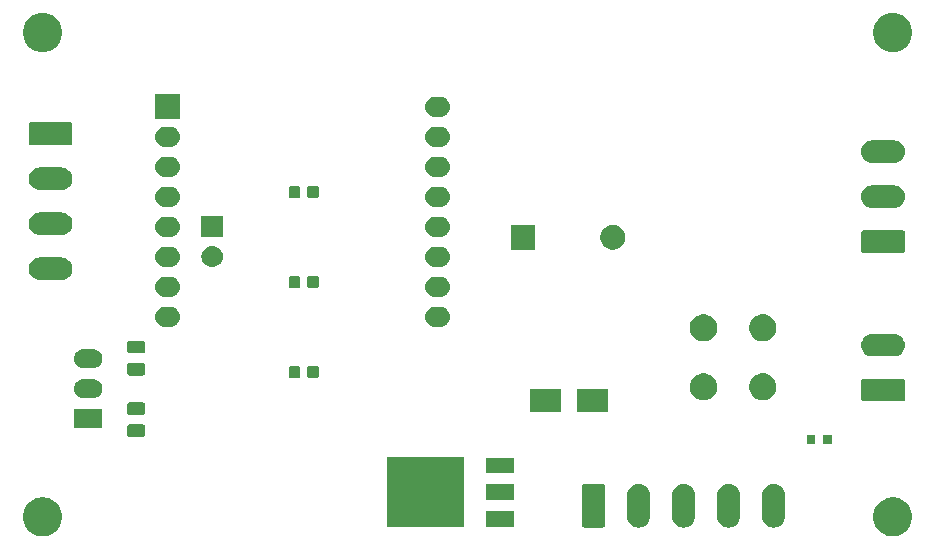
<source format=gts>
G04 #@! TF.GenerationSoftware,KiCad,Pcbnew,(5.1.2-1)-1*
G04 #@! TF.CreationDate,2019-07-26T11:47:48+01:00*
G04 #@! TF.ProjectId,tool-lockers-pcb,746f6f6c-2d6c-46f6-936b-6572732d7063,rev?*
G04 #@! TF.SameCoordinates,Original*
G04 #@! TF.FileFunction,Soldermask,Top*
G04 #@! TF.FilePolarity,Negative*
%FSLAX46Y46*%
G04 Gerber Fmt 4.6, Leading zero omitted, Abs format (unit mm)*
G04 Created by KiCad (PCBNEW (5.1.2-1)-1) date 2019-07-26 11:47:48*
%MOMM*%
%LPD*%
G04 APERTURE LIST*
%ADD10C,0.100000*%
G04 APERTURE END LIST*
D10*
G36*
X184911553Y-118575868D02*
G01*
X185071057Y-118607595D01*
X185159071Y-118644051D01*
X185371556Y-118732065D01*
X185641998Y-118912769D01*
X185871991Y-119142762D01*
X186052695Y-119413204D01*
X186177165Y-119713704D01*
X186240620Y-120032710D01*
X186240620Y-120357970D01*
X186177165Y-120676976D01*
X186052695Y-120977476D01*
X185871991Y-121247918D01*
X185641998Y-121477911D01*
X185371556Y-121658615D01*
X185159071Y-121746629D01*
X185071057Y-121783085D01*
X184911553Y-121814812D01*
X184752050Y-121846540D01*
X184426790Y-121846540D01*
X184267287Y-121814812D01*
X184107783Y-121783085D01*
X184019769Y-121746629D01*
X183807284Y-121658615D01*
X183536842Y-121477911D01*
X183306849Y-121247918D01*
X183126145Y-120977476D01*
X183001675Y-120676976D01*
X182938220Y-120357970D01*
X182938220Y-120032710D01*
X183001675Y-119713704D01*
X183126145Y-119413204D01*
X183306849Y-119142762D01*
X183536842Y-118912769D01*
X183807284Y-118732065D01*
X184019769Y-118644051D01*
X184107783Y-118607595D01*
X184267287Y-118575868D01*
X184426790Y-118544140D01*
X184752050Y-118544140D01*
X184911553Y-118575868D01*
X184911553Y-118575868D01*
G37*
G36*
X112912713Y-118575868D02*
G01*
X113072217Y-118607595D01*
X113160231Y-118644051D01*
X113372716Y-118732065D01*
X113643158Y-118912769D01*
X113873151Y-119142762D01*
X114053855Y-119413204D01*
X114178325Y-119713704D01*
X114241780Y-120032710D01*
X114241780Y-120357970D01*
X114178325Y-120676976D01*
X114053855Y-120977476D01*
X113873151Y-121247918D01*
X113643158Y-121477911D01*
X113372716Y-121658615D01*
X113160231Y-121746629D01*
X113072217Y-121783085D01*
X112912713Y-121814812D01*
X112753210Y-121846540D01*
X112427950Y-121846540D01*
X112268447Y-121814812D01*
X112108943Y-121783085D01*
X112020929Y-121746629D01*
X111808444Y-121658615D01*
X111538002Y-121477911D01*
X111308009Y-121247918D01*
X111127305Y-120977476D01*
X111002835Y-120676976D01*
X110939380Y-120357970D01*
X110939380Y-120032710D01*
X111002835Y-119713704D01*
X111127305Y-119413204D01*
X111308009Y-119142762D01*
X111538002Y-118912769D01*
X111808444Y-118732065D01*
X112020929Y-118644051D01*
X112108943Y-118607595D01*
X112268447Y-118575868D01*
X112427950Y-118544140D01*
X112753210Y-118544140D01*
X112912713Y-118575868D01*
X112912713Y-118575868D01*
G37*
G36*
X163254424Y-117415760D02*
G01*
X163254427Y-117415761D01*
X163254428Y-117415761D01*
X163433692Y-117470140D01*
X163433695Y-117470142D01*
X163433696Y-117470142D01*
X163598903Y-117558446D01*
X163743712Y-117677288D01*
X163862554Y-117822097D01*
X163950858Y-117987303D01*
X163950860Y-117987307D01*
X163950860Y-117987308D01*
X164005240Y-118166575D01*
X164019000Y-118306282D01*
X164019000Y-120199718D01*
X164005240Y-120339425D01*
X164005239Y-120339428D01*
X164005239Y-120339429D01*
X163950860Y-120518693D01*
X163950858Y-120518696D01*
X163950858Y-120518697D01*
X163862554Y-120683903D01*
X163743712Y-120828712D01*
X163598903Y-120947554D01*
X163451425Y-121026382D01*
X163433693Y-121035860D01*
X163254429Y-121090239D01*
X163254428Y-121090239D01*
X163254425Y-121090240D01*
X163068000Y-121108601D01*
X162881576Y-121090240D01*
X162881573Y-121090239D01*
X162881572Y-121090239D01*
X162702308Y-121035860D01*
X162684576Y-121026382D01*
X162537098Y-120947554D01*
X162392289Y-120828712D01*
X162273447Y-120683903D01*
X162185143Y-120518697D01*
X162185143Y-120518696D01*
X162185141Y-120518693D01*
X162130762Y-120339429D01*
X162130762Y-120339428D01*
X162130761Y-120339425D01*
X162117000Y-120199717D01*
X162117000Y-118306283D01*
X162130760Y-118166576D01*
X162130761Y-118166572D01*
X162185140Y-117987308D01*
X162185143Y-117987303D01*
X162273446Y-117822097D01*
X162392288Y-117677288D01*
X162537097Y-117558446D01*
X162702303Y-117470142D01*
X162702304Y-117470142D01*
X162702307Y-117470140D01*
X162881571Y-117415761D01*
X162881572Y-117415761D01*
X162881575Y-117415760D01*
X163068000Y-117397399D01*
X163254424Y-117415760D01*
X163254424Y-117415760D01*
G37*
G36*
X167064424Y-117415760D02*
G01*
X167064427Y-117415761D01*
X167064428Y-117415761D01*
X167243692Y-117470140D01*
X167243695Y-117470142D01*
X167243696Y-117470142D01*
X167408903Y-117558446D01*
X167553712Y-117677288D01*
X167672554Y-117822097D01*
X167760858Y-117987303D01*
X167760860Y-117987307D01*
X167760860Y-117987308D01*
X167815240Y-118166575D01*
X167829000Y-118306282D01*
X167829000Y-120199718D01*
X167815240Y-120339425D01*
X167815239Y-120339428D01*
X167815239Y-120339429D01*
X167760860Y-120518693D01*
X167760858Y-120518696D01*
X167760858Y-120518697D01*
X167672554Y-120683903D01*
X167553712Y-120828712D01*
X167408903Y-120947554D01*
X167261425Y-121026382D01*
X167243693Y-121035860D01*
X167064429Y-121090239D01*
X167064428Y-121090239D01*
X167064425Y-121090240D01*
X166878000Y-121108601D01*
X166691576Y-121090240D01*
X166691573Y-121090239D01*
X166691572Y-121090239D01*
X166512308Y-121035860D01*
X166494576Y-121026382D01*
X166347098Y-120947554D01*
X166202289Y-120828712D01*
X166083447Y-120683903D01*
X165995143Y-120518697D01*
X165995143Y-120518696D01*
X165995141Y-120518693D01*
X165940762Y-120339429D01*
X165940762Y-120339428D01*
X165940761Y-120339425D01*
X165927000Y-120199717D01*
X165927000Y-118306283D01*
X165940760Y-118166576D01*
X165940761Y-118166572D01*
X165995140Y-117987308D01*
X165995143Y-117987303D01*
X166083446Y-117822097D01*
X166202288Y-117677288D01*
X166347097Y-117558446D01*
X166512303Y-117470142D01*
X166512304Y-117470142D01*
X166512307Y-117470140D01*
X166691571Y-117415761D01*
X166691572Y-117415761D01*
X166691575Y-117415760D01*
X166878000Y-117397399D01*
X167064424Y-117415760D01*
X167064424Y-117415760D01*
G37*
G36*
X170874424Y-117415760D02*
G01*
X170874427Y-117415761D01*
X170874428Y-117415761D01*
X171053692Y-117470140D01*
X171053695Y-117470142D01*
X171053696Y-117470142D01*
X171218903Y-117558446D01*
X171363712Y-117677288D01*
X171482554Y-117822097D01*
X171570858Y-117987303D01*
X171570860Y-117987307D01*
X171570860Y-117987308D01*
X171625240Y-118166575D01*
X171639000Y-118306282D01*
X171639000Y-120199718D01*
X171625240Y-120339425D01*
X171625239Y-120339428D01*
X171625239Y-120339429D01*
X171570860Y-120518693D01*
X171570858Y-120518696D01*
X171570858Y-120518697D01*
X171482554Y-120683903D01*
X171363712Y-120828712D01*
X171218903Y-120947554D01*
X171071425Y-121026382D01*
X171053693Y-121035860D01*
X170874429Y-121090239D01*
X170874428Y-121090239D01*
X170874425Y-121090240D01*
X170688000Y-121108601D01*
X170501576Y-121090240D01*
X170501573Y-121090239D01*
X170501572Y-121090239D01*
X170322308Y-121035860D01*
X170304576Y-121026382D01*
X170157098Y-120947554D01*
X170012289Y-120828712D01*
X169893447Y-120683903D01*
X169805143Y-120518697D01*
X169805143Y-120518696D01*
X169805141Y-120518693D01*
X169750762Y-120339429D01*
X169750762Y-120339428D01*
X169750761Y-120339425D01*
X169737000Y-120199717D01*
X169737000Y-118306283D01*
X169750760Y-118166576D01*
X169750761Y-118166572D01*
X169805140Y-117987308D01*
X169805143Y-117987303D01*
X169893446Y-117822097D01*
X170012288Y-117677288D01*
X170157097Y-117558446D01*
X170322303Y-117470142D01*
X170322304Y-117470142D01*
X170322307Y-117470140D01*
X170501571Y-117415761D01*
X170501572Y-117415761D01*
X170501575Y-117415760D01*
X170688000Y-117397399D01*
X170874424Y-117415760D01*
X170874424Y-117415760D01*
G37*
G36*
X174684424Y-117415760D02*
G01*
X174684427Y-117415761D01*
X174684428Y-117415761D01*
X174863692Y-117470140D01*
X174863695Y-117470142D01*
X174863696Y-117470142D01*
X175028903Y-117558446D01*
X175173712Y-117677288D01*
X175292554Y-117822097D01*
X175380858Y-117987303D01*
X175380860Y-117987307D01*
X175380860Y-117987308D01*
X175435240Y-118166575D01*
X175449000Y-118306282D01*
X175449000Y-120199718D01*
X175435240Y-120339425D01*
X175435239Y-120339428D01*
X175435239Y-120339429D01*
X175380860Y-120518693D01*
X175380858Y-120518696D01*
X175380858Y-120518697D01*
X175292554Y-120683903D01*
X175173712Y-120828712D01*
X175028903Y-120947554D01*
X174881425Y-121026382D01*
X174863693Y-121035860D01*
X174684429Y-121090239D01*
X174684428Y-121090239D01*
X174684425Y-121090240D01*
X174498000Y-121108601D01*
X174311576Y-121090240D01*
X174311573Y-121090239D01*
X174311572Y-121090239D01*
X174132308Y-121035860D01*
X174114576Y-121026382D01*
X173967098Y-120947554D01*
X173822289Y-120828712D01*
X173703447Y-120683903D01*
X173615143Y-120518697D01*
X173615143Y-120518696D01*
X173615141Y-120518693D01*
X173560762Y-120339429D01*
X173560762Y-120339428D01*
X173560761Y-120339425D01*
X173547000Y-120199717D01*
X173547000Y-118306283D01*
X173560760Y-118166576D01*
X173560761Y-118166572D01*
X173615140Y-117987308D01*
X173615143Y-117987303D01*
X173703446Y-117822097D01*
X173822288Y-117677288D01*
X173967097Y-117558446D01*
X174132303Y-117470142D01*
X174132304Y-117470142D01*
X174132307Y-117470140D01*
X174311571Y-117415761D01*
X174311572Y-117415761D01*
X174311575Y-117415760D01*
X174498000Y-117397399D01*
X174684424Y-117415760D01*
X174684424Y-117415760D01*
G37*
G36*
X160068915Y-117405934D02*
G01*
X160101424Y-117415795D01*
X160131382Y-117431809D01*
X160157641Y-117453359D01*
X160179191Y-117479618D01*
X160195205Y-117509576D01*
X160205066Y-117542085D01*
X160209000Y-117582029D01*
X160209000Y-120923971D01*
X160205066Y-120963915D01*
X160195205Y-120996424D01*
X160179191Y-121026382D01*
X160157641Y-121052641D01*
X160131382Y-121074191D01*
X160101424Y-121090205D01*
X160068915Y-121100066D01*
X160028971Y-121104000D01*
X158487029Y-121104000D01*
X158447085Y-121100066D01*
X158414576Y-121090205D01*
X158384618Y-121074191D01*
X158358359Y-121052641D01*
X158336809Y-121026382D01*
X158320795Y-120996424D01*
X158310934Y-120963915D01*
X158307000Y-120923971D01*
X158307000Y-117582029D01*
X158310934Y-117542085D01*
X158320795Y-117509576D01*
X158336809Y-117479618D01*
X158358359Y-117453359D01*
X158384618Y-117431809D01*
X158414576Y-117415795D01*
X158447085Y-117405934D01*
X158487029Y-117402000D01*
X160028971Y-117402000D01*
X160068915Y-117405934D01*
X160068915Y-117405934D01*
G37*
G36*
X148281000Y-121061000D02*
G01*
X141779000Y-121061000D01*
X141779000Y-115159000D01*
X148281000Y-115159000D01*
X148281000Y-121061000D01*
X148281000Y-121061000D01*
G37*
G36*
X152481000Y-121041000D02*
G01*
X150179000Y-121041000D01*
X150179000Y-119739000D01*
X152481000Y-119739000D01*
X152481000Y-121041000D01*
X152481000Y-121041000D01*
G37*
G36*
X152481000Y-118761000D02*
G01*
X150179000Y-118761000D01*
X150179000Y-117459000D01*
X152481000Y-117459000D01*
X152481000Y-118761000D01*
X152481000Y-118761000D01*
G37*
G36*
X152481000Y-116481000D02*
G01*
X150179000Y-116481000D01*
X150179000Y-115179000D01*
X152481000Y-115179000D01*
X152481000Y-116481000D01*
X152481000Y-116481000D01*
G37*
G36*
X178021000Y-114066000D02*
G01*
X177319000Y-114066000D01*
X177319000Y-113264000D01*
X178021000Y-113264000D01*
X178021000Y-114066000D01*
X178021000Y-114066000D01*
G37*
G36*
X179421000Y-114066000D02*
G01*
X178719000Y-114066000D01*
X178719000Y-113264000D01*
X179421000Y-113264000D01*
X179421000Y-114066000D01*
X179421000Y-114066000D01*
G37*
G36*
X121107468Y-112369065D02*
G01*
X121146138Y-112380796D01*
X121181777Y-112399846D01*
X121213017Y-112425483D01*
X121238654Y-112456723D01*
X121257704Y-112492362D01*
X121269435Y-112531032D01*
X121274000Y-112577388D01*
X121274000Y-113228612D01*
X121269435Y-113274968D01*
X121257704Y-113313638D01*
X121238654Y-113349277D01*
X121213017Y-113380517D01*
X121181777Y-113406154D01*
X121146138Y-113425204D01*
X121107468Y-113436935D01*
X121061112Y-113441500D01*
X119984888Y-113441500D01*
X119938532Y-113436935D01*
X119899862Y-113425204D01*
X119864223Y-113406154D01*
X119832983Y-113380517D01*
X119807346Y-113349277D01*
X119788296Y-113313638D01*
X119776565Y-113274968D01*
X119772000Y-113228612D01*
X119772000Y-112577388D01*
X119776565Y-112531032D01*
X119788296Y-112492362D01*
X119807346Y-112456723D01*
X119832983Y-112425483D01*
X119864223Y-112399846D01*
X119899862Y-112380796D01*
X119938532Y-112369065D01*
X119984888Y-112364500D01*
X121061112Y-112364500D01*
X121107468Y-112369065D01*
X121107468Y-112369065D01*
G37*
G36*
X117660000Y-112688000D02*
G01*
X115258000Y-112688000D01*
X115258000Y-111086000D01*
X117660000Y-111086000D01*
X117660000Y-112688000D01*
X117660000Y-112688000D01*
G37*
G36*
X121107468Y-110494065D02*
G01*
X121146138Y-110505796D01*
X121181777Y-110524846D01*
X121213017Y-110550483D01*
X121238654Y-110581723D01*
X121257704Y-110617362D01*
X121269435Y-110656032D01*
X121274000Y-110702388D01*
X121274000Y-111353612D01*
X121269435Y-111399968D01*
X121257704Y-111438638D01*
X121238654Y-111474277D01*
X121213017Y-111505517D01*
X121181777Y-111531154D01*
X121146138Y-111550204D01*
X121107468Y-111561935D01*
X121061112Y-111566500D01*
X119984888Y-111566500D01*
X119938532Y-111561935D01*
X119899862Y-111550204D01*
X119864223Y-111531154D01*
X119832983Y-111505517D01*
X119807346Y-111474277D01*
X119788296Y-111438638D01*
X119776565Y-111399968D01*
X119772000Y-111353612D01*
X119772000Y-110702388D01*
X119776565Y-110656032D01*
X119788296Y-110617362D01*
X119807346Y-110581723D01*
X119832983Y-110550483D01*
X119864223Y-110524846D01*
X119899862Y-110505796D01*
X119938532Y-110494065D01*
X119984888Y-110489500D01*
X121061112Y-110489500D01*
X121107468Y-110494065D01*
X121107468Y-110494065D01*
G37*
G36*
X160495000Y-111314000D02*
G01*
X157893000Y-111314000D01*
X157893000Y-109412000D01*
X160495000Y-109412000D01*
X160495000Y-111314000D01*
X160495000Y-111314000D01*
G37*
G36*
X156495000Y-111314000D02*
G01*
X153893000Y-111314000D01*
X153893000Y-109412000D01*
X156495000Y-109412000D01*
X156495000Y-111314000D01*
X156495000Y-111314000D01*
G37*
G36*
X185479915Y-108526934D02*
G01*
X185512424Y-108536795D01*
X185542382Y-108552809D01*
X185568641Y-108574359D01*
X185590191Y-108600618D01*
X185606205Y-108630576D01*
X185616066Y-108663085D01*
X185620000Y-108703029D01*
X185620000Y-110244971D01*
X185616066Y-110284915D01*
X185606205Y-110317424D01*
X185590191Y-110347382D01*
X185568641Y-110373641D01*
X185542382Y-110395191D01*
X185512424Y-110411205D01*
X185479915Y-110421066D01*
X185439971Y-110425000D01*
X182098029Y-110425000D01*
X182058085Y-110421066D01*
X182025576Y-110411205D01*
X181995618Y-110395191D01*
X181969359Y-110373641D01*
X181947809Y-110347382D01*
X181931795Y-110317424D01*
X181921934Y-110284915D01*
X181918000Y-110244971D01*
X181918000Y-108703029D01*
X181921934Y-108663085D01*
X181931795Y-108630576D01*
X181947809Y-108600618D01*
X181969359Y-108574359D01*
X181995618Y-108552809D01*
X182025576Y-108536795D01*
X182058085Y-108526934D01*
X182098029Y-108523000D01*
X185439971Y-108523000D01*
X185479915Y-108526934D01*
X185479915Y-108526934D01*
G37*
G36*
X173793549Y-108051116D02*
G01*
X173904734Y-108073232D01*
X174114203Y-108159997D01*
X174302720Y-108285960D01*
X174463040Y-108446280D01*
X174589003Y-108634797D01*
X174648265Y-108777867D01*
X174675768Y-108844267D01*
X174714501Y-109038988D01*
X174720000Y-109066636D01*
X174720000Y-109293364D01*
X174675768Y-109515734D01*
X174589003Y-109725203D01*
X174463040Y-109913720D01*
X174302720Y-110074040D01*
X174114203Y-110200003D01*
X174114202Y-110200004D01*
X174114201Y-110200004D01*
X174052850Y-110225416D01*
X173904734Y-110286768D01*
X173800019Y-110307597D01*
X173682365Y-110331000D01*
X173455635Y-110331000D01*
X173337981Y-110307597D01*
X173233266Y-110286768D01*
X173085150Y-110225416D01*
X173023799Y-110200004D01*
X173023798Y-110200004D01*
X173023797Y-110200003D01*
X172835280Y-110074040D01*
X172674960Y-109913720D01*
X172548997Y-109725203D01*
X172462232Y-109515734D01*
X172418000Y-109293364D01*
X172418000Y-109066636D01*
X172423500Y-109038988D01*
X172462232Y-108844267D01*
X172489736Y-108777867D01*
X172548997Y-108634797D01*
X172674960Y-108446280D01*
X172835280Y-108285960D01*
X173023797Y-108159997D01*
X173233266Y-108073232D01*
X173344451Y-108051116D01*
X173455635Y-108029000D01*
X173682365Y-108029000D01*
X173793549Y-108051116D01*
X173793549Y-108051116D01*
G37*
G36*
X168793549Y-108051116D02*
G01*
X168904734Y-108073232D01*
X169114203Y-108159997D01*
X169302720Y-108285960D01*
X169463040Y-108446280D01*
X169589003Y-108634797D01*
X169648265Y-108777867D01*
X169675768Y-108844267D01*
X169714501Y-109038988D01*
X169720000Y-109066636D01*
X169720000Y-109293364D01*
X169675768Y-109515734D01*
X169589003Y-109725203D01*
X169463040Y-109913720D01*
X169302720Y-110074040D01*
X169114203Y-110200003D01*
X169114202Y-110200004D01*
X169114201Y-110200004D01*
X169052850Y-110225416D01*
X168904734Y-110286768D01*
X168800019Y-110307597D01*
X168682365Y-110331000D01*
X168455635Y-110331000D01*
X168337981Y-110307597D01*
X168233266Y-110286768D01*
X168085150Y-110225416D01*
X168023799Y-110200004D01*
X168023798Y-110200004D01*
X168023797Y-110200003D01*
X167835280Y-110074040D01*
X167674960Y-109913720D01*
X167548997Y-109725203D01*
X167462232Y-109515734D01*
X167418000Y-109293364D01*
X167418000Y-109066636D01*
X167423500Y-109038988D01*
X167462232Y-108844267D01*
X167489736Y-108777867D01*
X167548997Y-108634797D01*
X167674960Y-108446280D01*
X167835280Y-108285960D01*
X168023797Y-108159997D01*
X168233266Y-108073232D01*
X168344451Y-108051116D01*
X168455635Y-108029000D01*
X168682365Y-108029000D01*
X168793549Y-108051116D01*
X168793549Y-108051116D01*
G37*
G36*
X116937571Y-108549863D02*
G01*
X117016023Y-108557590D01*
X117116682Y-108588125D01*
X117167013Y-108603392D01*
X117306165Y-108677771D01*
X117428133Y-108777867D01*
X117528229Y-108899835D01*
X117602608Y-109038987D01*
X117602608Y-109038988D01*
X117648410Y-109189977D01*
X117663875Y-109347000D01*
X117648410Y-109504023D01*
X117617875Y-109604682D01*
X117602608Y-109655013D01*
X117528229Y-109794165D01*
X117428133Y-109916133D01*
X117306165Y-110016229D01*
X117167013Y-110090608D01*
X117116682Y-110105875D01*
X117016023Y-110136410D01*
X116937571Y-110144137D01*
X116898346Y-110148000D01*
X116019654Y-110148000D01*
X115980429Y-110144137D01*
X115901977Y-110136410D01*
X115801318Y-110105875D01*
X115750987Y-110090608D01*
X115611835Y-110016229D01*
X115489867Y-109916133D01*
X115389771Y-109794165D01*
X115315392Y-109655013D01*
X115300125Y-109604682D01*
X115269590Y-109504023D01*
X115254125Y-109347000D01*
X115269590Y-109189977D01*
X115315392Y-109038988D01*
X115315392Y-109038987D01*
X115389771Y-108899835D01*
X115489867Y-108777867D01*
X115611835Y-108677771D01*
X115750987Y-108603392D01*
X115801318Y-108588125D01*
X115901977Y-108557590D01*
X115980429Y-108549863D01*
X116019654Y-108546000D01*
X116898346Y-108546000D01*
X116937571Y-108549863D01*
X116937571Y-108549863D01*
G37*
G36*
X135851091Y-107428085D02*
G01*
X135885069Y-107438393D01*
X135916390Y-107455134D01*
X135943839Y-107477661D01*
X135966366Y-107505110D01*
X135983107Y-107536431D01*
X135993415Y-107570409D01*
X135997500Y-107611890D01*
X135997500Y-108288110D01*
X135993415Y-108329591D01*
X135983107Y-108363569D01*
X135966366Y-108394890D01*
X135943839Y-108422339D01*
X135916390Y-108444866D01*
X135885069Y-108461607D01*
X135851091Y-108471915D01*
X135809610Y-108476000D01*
X135208390Y-108476000D01*
X135166909Y-108471915D01*
X135132931Y-108461607D01*
X135101610Y-108444866D01*
X135074161Y-108422339D01*
X135051634Y-108394890D01*
X135034893Y-108363569D01*
X135024585Y-108329591D01*
X135020500Y-108288110D01*
X135020500Y-107611890D01*
X135024585Y-107570409D01*
X135034893Y-107536431D01*
X135051634Y-107505110D01*
X135074161Y-107477661D01*
X135101610Y-107455134D01*
X135132931Y-107438393D01*
X135166909Y-107428085D01*
X135208390Y-107424000D01*
X135809610Y-107424000D01*
X135851091Y-107428085D01*
X135851091Y-107428085D01*
G37*
G36*
X134276091Y-107428085D02*
G01*
X134310069Y-107438393D01*
X134341390Y-107455134D01*
X134368839Y-107477661D01*
X134391366Y-107505110D01*
X134408107Y-107536431D01*
X134418415Y-107570409D01*
X134422500Y-107611890D01*
X134422500Y-108288110D01*
X134418415Y-108329591D01*
X134408107Y-108363569D01*
X134391366Y-108394890D01*
X134368839Y-108422339D01*
X134341390Y-108444866D01*
X134310069Y-108461607D01*
X134276091Y-108471915D01*
X134234610Y-108476000D01*
X133633390Y-108476000D01*
X133591909Y-108471915D01*
X133557931Y-108461607D01*
X133526610Y-108444866D01*
X133499161Y-108422339D01*
X133476634Y-108394890D01*
X133459893Y-108363569D01*
X133449585Y-108329591D01*
X133445500Y-108288110D01*
X133445500Y-107611890D01*
X133449585Y-107570409D01*
X133459893Y-107536431D01*
X133476634Y-107505110D01*
X133499161Y-107477661D01*
X133526610Y-107455134D01*
X133557931Y-107438393D01*
X133591909Y-107428085D01*
X133633390Y-107424000D01*
X134234610Y-107424000D01*
X134276091Y-107428085D01*
X134276091Y-107428085D01*
G37*
G36*
X121107468Y-107162065D02*
G01*
X121146138Y-107173796D01*
X121181777Y-107192846D01*
X121213017Y-107218483D01*
X121238654Y-107249723D01*
X121257704Y-107285362D01*
X121269435Y-107324032D01*
X121274000Y-107370388D01*
X121274000Y-108021612D01*
X121269435Y-108067968D01*
X121257704Y-108106638D01*
X121238654Y-108142277D01*
X121213017Y-108173517D01*
X121181777Y-108199154D01*
X121146138Y-108218204D01*
X121107468Y-108229935D01*
X121061112Y-108234500D01*
X119984888Y-108234500D01*
X119938532Y-108229935D01*
X119899862Y-108218204D01*
X119864223Y-108199154D01*
X119832983Y-108173517D01*
X119807346Y-108142277D01*
X119788296Y-108106638D01*
X119776565Y-108067968D01*
X119772000Y-108021612D01*
X119772000Y-107370388D01*
X119776565Y-107324032D01*
X119788296Y-107285362D01*
X119807346Y-107249723D01*
X119832983Y-107218483D01*
X119864223Y-107192846D01*
X119899862Y-107173796D01*
X119938532Y-107162065D01*
X119984888Y-107157500D01*
X121061112Y-107157500D01*
X121107468Y-107162065D01*
X121107468Y-107162065D01*
G37*
G36*
X116937571Y-106009863D02*
G01*
X117016023Y-106017590D01*
X117116682Y-106048125D01*
X117167013Y-106063392D01*
X117306165Y-106137771D01*
X117428133Y-106237867D01*
X117528229Y-106359835D01*
X117602608Y-106498987D01*
X117602608Y-106498988D01*
X117648410Y-106649977D01*
X117663875Y-106807000D01*
X117648410Y-106964023D01*
X117617875Y-107064682D01*
X117602608Y-107115013D01*
X117528229Y-107254165D01*
X117428133Y-107376133D01*
X117306165Y-107476229D01*
X117167013Y-107550608D01*
X117116682Y-107565875D01*
X117016023Y-107596410D01*
X116937571Y-107604137D01*
X116898346Y-107608000D01*
X116019654Y-107608000D01*
X115980429Y-107604137D01*
X115901977Y-107596410D01*
X115801318Y-107565875D01*
X115750987Y-107550608D01*
X115611835Y-107476229D01*
X115489867Y-107376133D01*
X115389771Y-107254165D01*
X115315392Y-107115013D01*
X115300125Y-107064682D01*
X115269590Y-106964023D01*
X115254125Y-106807000D01*
X115269590Y-106649977D01*
X115315392Y-106498988D01*
X115315392Y-106498987D01*
X115389771Y-106359835D01*
X115489867Y-106237867D01*
X115611835Y-106137771D01*
X115750987Y-106063392D01*
X115801318Y-106048125D01*
X115901977Y-106017590D01*
X115980429Y-106009863D01*
X116019654Y-106006000D01*
X116898346Y-106006000D01*
X116937571Y-106009863D01*
X116937571Y-106009863D01*
G37*
G36*
X184855425Y-104726760D02*
G01*
X184855428Y-104726761D01*
X184855429Y-104726761D01*
X185034693Y-104781140D01*
X185034696Y-104781142D01*
X185034697Y-104781142D01*
X185199903Y-104869446D01*
X185344712Y-104988288D01*
X185463554Y-105133097D01*
X185499316Y-105200004D01*
X185551860Y-105298307D01*
X185597582Y-105449032D01*
X185606240Y-105477575D01*
X185624601Y-105664000D01*
X185606240Y-105850425D01*
X185606239Y-105850428D01*
X185606239Y-105850429D01*
X185551860Y-106029693D01*
X185551858Y-106029696D01*
X185551858Y-106029697D01*
X185463554Y-106194903D01*
X185344712Y-106339712D01*
X185199903Y-106458554D01*
X185034697Y-106546858D01*
X185034693Y-106546860D01*
X184855429Y-106601239D01*
X184855428Y-106601239D01*
X184855425Y-106601240D01*
X184715718Y-106615000D01*
X182822282Y-106615000D01*
X182682575Y-106601240D01*
X182682572Y-106601239D01*
X182682571Y-106601239D01*
X182503307Y-106546860D01*
X182503303Y-106546858D01*
X182338097Y-106458554D01*
X182193288Y-106339712D01*
X182074446Y-106194903D01*
X181986142Y-106029697D01*
X181986142Y-106029696D01*
X181986140Y-106029693D01*
X181931761Y-105850429D01*
X181931761Y-105850428D01*
X181931760Y-105850425D01*
X181913399Y-105664000D01*
X181931760Y-105477575D01*
X181940418Y-105449032D01*
X181986140Y-105298307D01*
X182038684Y-105200004D01*
X182074446Y-105133097D01*
X182193288Y-104988288D01*
X182338097Y-104869446D01*
X182503303Y-104781142D01*
X182503304Y-104781142D01*
X182503307Y-104781140D01*
X182682571Y-104726761D01*
X182682572Y-104726761D01*
X182682575Y-104726760D01*
X182822282Y-104713000D01*
X184715718Y-104713000D01*
X184855425Y-104726760D01*
X184855425Y-104726760D01*
G37*
G36*
X121107468Y-105287065D02*
G01*
X121146138Y-105298796D01*
X121181777Y-105317846D01*
X121213017Y-105343483D01*
X121238654Y-105374723D01*
X121257704Y-105410362D01*
X121269435Y-105449032D01*
X121274000Y-105495388D01*
X121274000Y-106146612D01*
X121269435Y-106192968D01*
X121257704Y-106231638D01*
X121238654Y-106267277D01*
X121213017Y-106298517D01*
X121181777Y-106324154D01*
X121146138Y-106343204D01*
X121107468Y-106354935D01*
X121061112Y-106359500D01*
X119984888Y-106359500D01*
X119938532Y-106354935D01*
X119899862Y-106343204D01*
X119864223Y-106324154D01*
X119832983Y-106298517D01*
X119807346Y-106267277D01*
X119788296Y-106231638D01*
X119776565Y-106192968D01*
X119772000Y-106146612D01*
X119772000Y-105495388D01*
X119776565Y-105449032D01*
X119788296Y-105410362D01*
X119807346Y-105374723D01*
X119832983Y-105343483D01*
X119864223Y-105317846D01*
X119899862Y-105298796D01*
X119938532Y-105287065D01*
X119984888Y-105282500D01*
X121061112Y-105282500D01*
X121107468Y-105287065D01*
X121107468Y-105287065D01*
G37*
G36*
X173793549Y-103051116D02*
G01*
X173904734Y-103073232D01*
X174114203Y-103159997D01*
X174302720Y-103285960D01*
X174463040Y-103446280D01*
X174551212Y-103578239D01*
X174589004Y-103634799D01*
X174675768Y-103844267D01*
X174714906Y-104041024D01*
X174720000Y-104066636D01*
X174720000Y-104293364D01*
X174675768Y-104515734D01*
X174589003Y-104725203D01*
X174463040Y-104913720D01*
X174302720Y-105074040D01*
X174114203Y-105200003D01*
X173904734Y-105286768D01*
X173846743Y-105298303D01*
X173682365Y-105331000D01*
X173455635Y-105331000D01*
X173291257Y-105298303D01*
X173233266Y-105286768D01*
X173023797Y-105200003D01*
X172835280Y-105074040D01*
X172674960Y-104913720D01*
X172548997Y-104725203D01*
X172462232Y-104515734D01*
X172418000Y-104293364D01*
X172418000Y-104066636D01*
X172423095Y-104041024D01*
X172462232Y-103844267D01*
X172548996Y-103634799D01*
X172586788Y-103578239D01*
X172674960Y-103446280D01*
X172835280Y-103285960D01*
X173023797Y-103159997D01*
X173233266Y-103073232D01*
X173344451Y-103051116D01*
X173455635Y-103029000D01*
X173682365Y-103029000D01*
X173793549Y-103051116D01*
X173793549Y-103051116D01*
G37*
G36*
X168793549Y-103051116D02*
G01*
X168904734Y-103073232D01*
X169114203Y-103159997D01*
X169302720Y-103285960D01*
X169463040Y-103446280D01*
X169551212Y-103578239D01*
X169589004Y-103634799D01*
X169675768Y-103844267D01*
X169714906Y-104041024D01*
X169720000Y-104066636D01*
X169720000Y-104293364D01*
X169675768Y-104515734D01*
X169589003Y-104725203D01*
X169463040Y-104913720D01*
X169302720Y-105074040D01*
X169114203Y-105200003D01*
X168904734Y-105286768D01*
X168846743Y-105298303D01*
X168682365Y-105331000D01*
X168455635Y-105331000D01*
X168291257Y-105298303D01*
X168233266Y-105286768D01*
X168023797Y-105200003D01*
X167835280Y-105074040D01*
X167674960Y-104913720D01*
X167548997Y-104725203D01*
X167462232Y-104515734D01*
X167418000Y-104293364D01*
X167418000Y-104066636D01*
X167423095Y-104041024D01*
X167462232Y-103844267D01*
X167548996Y-103634799D01*
X167586788Y-103578239D01*
X167674960Y-103446280D01*
X167835280Y-103285960D01*
X168023797Y-103159997D01*
X168233266Y-103073232D01*
X168344451Y-103051116D01*
X168455635Y-103029000D01*
X168682365Y-103029000D01*
X168793549Y-103051116D01*
X168793549Y-103051116D01*
G37*
G36*
X146416823Y-102412313D02*
G01*
X146577242Y-102460976D01*
X146709906Y-102531886D01*
X146725078Y-102539996D01*
X146854659Y-102646341D01*
X146961004Y-102775922D01*
X146961005Y-102775924D01*
X147040024Y-102923758D01*
X147088687Y-103084177D01*
X147105117Y-103251000D01*
X147088687Y-103417823D01*
X147040024Y-103578242D01*
X146969114Y-103710906D01*
X146961004Y-103726078D01*
X146854659Y-103855659D01*
X146725078Y-103962004D01*
X146725076Y-103962005D01*
X146577242Y-104041024D01*
X146416823Y-104089687D01*
X146291804Y-104102000D01*
X145808196Y-104102000D01*
X145683177Y-104089687D01*
X145522758Y-104041024D01*
X145374924Y-103962005D01*
X145374922Y-103962004D01*
X145245341Y-103855659D01*
X145138996Y-103726078D01*
X145130886Y-103710906D01*
X145059976Y-103578242D01*
X145011313Y-103417823D01*
X144994883Y-103251000D01*
X145011313Y-103084177D01*
X145059976Y-102923758D01*
X145138995Y-102775924D01*
X145138996Y-102775922D01*
X145245341Y-102646341D01*
X145374922Y-102539996D01*
X145390094Y-102531886D01*
X145522758Y-102460976D01*
X145683177Y-102412313D01*
X145808196Y-102400000D01*
X146291804Y-102400000D01*
X146416823Y-102412313D01*
X146416823Y-102412313D01*
G37*
G36*
X123556823Y-102412313D02*
G01*
X123717242Y-102460976D01*
X123849906Y-102531886D01*
X123865078Y-102539996D01*
X123994659Y-102646341D01*
X124101004Y-102775922D01*
X124101005Y-102775924D01*
X124180024Y-102923758D01*
X124228687Y-103084177D01*
X124245117Y-103251000D01*
X124228687Y-103417823D01*
X124180024Y-103578242D01*
X124109114Y-103710906D01*
X124101004Y-103726078D01*
X123994659Y-103855659D01*
X123865078Y-103962004D01*
X123865076Y-103962005D01*
X123717242Y-104041024D01*
X123556823Y-104089687D01*
X123431804Y-104102000D01*
X122948196Y-104102000D01*
X122823177Y-104089687D01*
X122662758Y-104041024D01*
X122514924Y-103962005D01*
X122514922Y-103962004D01*
X122385341Y-103855659D01*
X122278996Y-103726078D01*
X122270886Y-103710906D01*
X122199976Y-103578242D01*
X122151313Y-103417823D01*
X122134883Y-103251000D01*
X122151313Y-103084177D01*
X122199976Y-102923758D01*
X122278995Y-102775924D01*
X122278996Y-102775922D01*
X122385341Y-102646341D01*
X122514922Y-102539996D01*
X122530094Y-102531886D01*
X122662758Y-102460976D01*
X122823177Y-102412313D01*
X122948196Y-102400000D01*
X123431804Y-102400000D01*
X123556823Y-102412313D01*
X123556823Y-102412313D01*
G37*
G36*
X146416823Y-99872313D02*
G01*
X146577242Y-99920976D01*
X146690573Y-99981553D01*
X146725078Y-99999996D01*
X146854659Y-100106341D01*
X146961004Y-100235922D01*
X146961005Y-100235924D01*
X147040024Y-100383758D01*
X147088687Y-100544177D01*
X147105117Y-100711000D01*
X147088687Y-100877823D01*
X147040024Y-101038242D01*
X146969114Y-101170906D01*
X146961004Y-101186078D01*
X146854659Y-101315659D01*
X146725078Y-101422004D01*
X146725076Y-101422005D01*
X146577242Y-101501024D01*
X146416823Y-101549687D01*
X146291804Y-101562000D01*
X145808196Y-101562000D01*
X145683177Y-101549687D01*
X145522758Y-101501024D01*
X145374924Y-101422005D01*
X145374922Y-101422004D01*
X145245341Y-101315659D01*
X145138996Y-101186078D01*
X145130886Y-101170906D01*
X145059976Y-101038242D01*
X145011313Y-100877823D01*
X144994883Y-100711000D01*
X145011313Y-100544177D01*
X145059976Y-100383758D01*
X145138995Y-100235924D01*
X145138996Y-100235922D01*
X145245341Y-100106341D01*
X145374922Y-99999996D01*
X145409427Y-99981553D01*
X145522758Y-99920976D01*
X145683177Y-99872313D01*
X145808196Y-99860000D01*
X146291804Y-99860000D01*
X146416823Y-99872313D01*
X146416823Y-99872313D01*
G37*
G36*
X123556823Y-99872313D02*
G01*
X123717242Y-99920976D01*
X123830573Y-99981553D01*
X123865078Y-99999996D01*
X123994659Y-100106341D01*
X124101004Y-100235922D01*
X124101005Y-100235924D01*
X124180024Y-100383758D01*
X124228687Y-100544177D01*
X124245117Y-100711000D01*
X124228687Y-100877823D01*
X124180024Y-101038242D01*
X124109114Y-101170906D01*
X124101004Y-101186078D01*
X123994659Y-101315659D01*
X123865078Y-101422004D01*
X123865076Y-101422005D01*
X123717242Y-101501024D01*
X123556823Y-101549687D01*
X123431804Y-101562000D01*
X122948196Y-101562000D01*
X122823177Y-101549687D01*
X122662758Y-101501024D01*
X122514924Y-101422005D01*
X122514922Y-101422004D01*
X122385341Y-101315659D01*
X122278996Y-101186078D01*
X122270886Y-101170906D01*
X122199976Y-101038242D01*
X122151313Y-100877823D01*
X122134883Y-100711000D01*
X122151313Y-100544177D01*
X122199976Y-100383758D01*
X122278995Y-100235924D01*
X122278996Y-100235922D01*
X122385341Y-100106341D01*
X122514922Y-99999996D01*
X122549427Y-99981553D01*
X122662758Y-99920976D01*
X122823177Y-99872313D01*
X122948196Y-99860000D01*
X123431804Y-99860000D01*
X123556823Y-99872313D01*
X123556823Y-99872313D01*
G37*
G36*
X134276091Y-99808085D02*
G01*
X134310069Y-99818393D01*
X134341390Y-99835134D01*
X134368839Y-99857661D01*
X134391366Y-99885110D01*
X134408107Y-99916431D01*
X134418415Y-99950409D01*
X134422500Y-99991890D01*
X134422500Y-100668110D01*
X134418415Y-100709591D01*
X134408107Y-100743569D01*
X134391366Y-100774890D01*
X134368839Y-100802339D01*
X134341390Y-100824866D01*
X134310069Y-100841607D01*
X134276091Y-100851915D01*
X134234610Y-100856000D01*
X133633390Y-100856000D01*
X133591909Y-100851915D01*
X133557931Y-100841607D01*
X133526610Y-100824866D01*
X133499161Y-100802339D01*
X133476634Y-100774890D01*
X133459893Y-100743569D01*
X133449585Y-100709591D01*
X133445500Y-100668110D01*
X133445500Y-99991890D01*
X133449585Y-99950409D01*
X133459893Y-99916431D01*
X133476634Y-99885110D01*
X133499161Y-99857661D01*
X133526610Y-99835134D01*
X133557931Y-99818393D01*
X133591909Y-99808085D01*
X133633390Y-99804000D01*
X134234610Y-99804000D01*
X134276091Y-99808085D01*
X134276091Y-99808085D01*
G37*
G36*
X135851091Y-99808085D02*
G01*
X135885069Y-99818393D01*
X135916390Y-99835134D01*
X135943839Y-99857661D01*
X135966366Y-99885110D01*
X135983107Y-99916431D01*
X135993415Y-99950409D01*
X135997500Y-99991890D01*
X135997500Y-100668110D01*
X135993415Y-100709591D01*
X135983107Y-100743569D01*
X135966366Y-100774890D01*
X135943839Y-100802339D01*
X135916390Y-100824866D01*
X135885069Y-100841607D01*
X135851091Y-100851915D01*
X135809610Y-100856000D01*
X135208390Y-100856000D01*
X135166909Y-100851915D01*
X135132931Y-100841607D01*
X135101610Y-100824866D01*
X135074161Y-100802339D01*
X135051634Y-100774890D01*
X135034893Y-100743569D01*
X135024585Y-100709591D01*
X135020500Y-100668110D01*
X135020500Y-99991890D01*
X135024585Y-99950409D01*
X135034893Y-99916431D01*
X135051634Y-99885110D01*
X135074161Y-99857661D01*
X135101610Y-99835134D01*
X135132931Y-99818393D01*
X135166909Y-99808085D01*
X135208390Y-99804000D01*
X135809610Y-99804000D01*
X135851091Y-99808085D01*
X135851091Y-99808085D01*
G37*
G36*
X114370425Y-98249760D02*
G01*
X114370428Y-98249761D01*
X114370429Y-98249761D01*
X114549693Y-98304140D01*
X114549696Y-98304142D01*
X114549697Y-98304142D01*
X114714903Y-98392446D01*
X114859712Y-98511288D01*
X114978554Y-98656097D01*
X115042461Y-98775659D01*
X115066860Y-98821307D01*
X115109243Y-98961025D01*
X115121240Y-99000575D01*
X115139601Y-99187000D01*
X115121240Y-99373425D01*
X115121239Y-99373428D01*
X115121239Y-99373429D01*
X115066860Y-99552693D01*
X115066858Y-99552696D01*
X115066858Y-99552697D01*
X114978554Y-99717903D01*
X114859712Y-99862712D01*
X114714903Y-99981554D01*
X114549697Y-100069858D01*
X114549693Y-100069860D01*
X114370429Y-100124239D01*
X114370428Y-100124239D01*
X114370425Y-100124240D01*
X114230718Y-100138000D01*
X112337282Y-100138000D01*
X112197575Y-100124240D01*
X112197572Y-100124239D01*
X112197571Y-100124239D01*
X112018307Y-100069860D01*
X112018303Y-100069858D01*
X111853097Y-99981554D01*
X111708288Y-99862712D01*
X111589446Y-99717903D01*
X111501142Y-99552697D01*
X111501142Y-99552696D01*
X111501140Y-99552693D01*
X111446761Y-99373429D01*
X111446761Y-99373428D01*
X111446760Y-99373425D01*
X111428399Y-99187000D01*
X111446760Y-99000575D01*
X111458757Y-98961025D01*
X111501140Y-98821307D01*
X111525539Y-98775659D01*
X111589446Y-98656097D01*
X111708288Y-98511288D01*
X111853097Y-98392446D01*
X112018303Y-98304142D01*
X112018304Y-98304142D01*
X112018307Y-98304140D01*
X112197571Y-98249761D01*
X112197572Y-98249761D01*
X112197575Y-98249760D01*
X112337282Y-98236000D01*
X114230718Y-98236000D01*
X114370425Y-98249760D01*
X114370425Y-98249760D01*
G37*
G36*
X127070443Y-97265519D02*
G01*
X127136627Y-97272037D01*
X127306466Y-97323557D01*
X127462991Y-97407222D01*
X127498729Y-97436552D01*
X127600186Y-97519814D01*
X127683448Y-97621271D01*
X127712778Y-97657009D01*
X127712779Y-97657011D01*
X127789552Y-97800641D01*
X127796443Y-97813534D01*
X127847963Y-97983373D01*
X127865359Y-98160000D01*
X127847963Y-98336627D01*
X127796443Y-98506466D01*
X127712778Y-98662991D01*
X127683448Y-98698729D01*
X127600186Y-98800186D01*
X127500489Y-98882004D01*
X127462991Y-98912778D01*
X127306466Y-98996443D01*
X127136627Y-99047963D01*
X127070442Y-99054482D01*
X127004260Y-99061000D01*
X126915740Y-99061000D01*
X126849557Y-99054481D01*
X126783373Y-99047963D01*
X126613534Y-98996443D01*
X126457009Y-98912778D01*
X126419511Y-98882004D01*
X126319814Y-98800186D01*
X126236552Y-98698729D01*
X126207222Y-98662991D01*
X126123557Y-98506466D01*
X126072037Y-98336627D01*
X126054641Y-98160000D01*
X126072037Y-97983373D01*
X126123557Y-97813534D01*
X126130449Y-97800641D01*
X126207221Y-97657011D01*
X126207222Y-97657009D01*
X126236552Y-97621271D01*
X126319814Y-97519814D01*
X126421271Y-97436552D01*
X126457009Y-97407222D01*
X126613534Y-97323557D01*
X126783373Y-97272037D01*
X126849557Y-97265519D01*
X126915740Y-97259000D01*
X127004260Y-97259000D01*
X127070443Y-97265519D01*
X127070443Y-97265519D01*
G37*
G36*
X146416823Y-97332313D02*
G01*
X146577242Y-97380976D01*
X146708966Y-97451384D01*
X146725078Y-97459996D01*
X146854659Y-97566341D01*
X146961004Y-97695922D01*
X146961005Y-97695924D01*
X147040024Y-97843758D01*
X147088687Y-98004177D01*
X147105117Y-98171000D01*
X147088687Y-98337823D01*
X147040024Y-98498242D01*
X146969114Y-98630906D01*
X146961004Y-98646078D01*
X146854659Y-98775659D01*
X146725078Y-98882004D01*
X146725076Y-98882005D01*
X146577242Y-98961024D01*
X146416823Y-99009687D01*
X146291804Y-99022000D01*
X145808196Y-99022000D01*
X145683177Y-99009687D01*
X145522758Y-98961024D01*
X145374924Y-98882005D01*
X145374922Y-98882004D01*
X145245341Y-98775659D01*
X145138996Y-98646078D01*
X145130886Y-98630906D01*
X145059976Y-98498242D01*
X145011313Y-98337823D01*
X144994883Y-98171000D01*
X145011313Y-98004177D01*
X145059976Y-97843758D01*
X145138995Y-97695924D01*
X145138996Y-97695922D01*
X145245341Y-97566341D01*
X145374922Y-97459996D01*
X145391034Y-97451384D01*
X145522758Y-97380976D01*
X145683177Y-97332313D01*
X145808196Y-97320000D01*
X146291804Y-97320000D01*
X146416823Y-97332313D01*
X146416823Y-97332313D01*
G37*
G36*
X123556823Y-97332313D02*
G01*
X123717242Y-97380976D01*
X123848966Y-97451384D01*
X123865078Y-97459996D01*
X123994659Y-97566341D01*
X124101004Y-97695922D01*
X124101005Y-97695924D01*
X124180024Y-97843758D01*
X124228687Y-98004177D01*
X124245117Y-98171000D01*
X124228687Y-98337823D01*
X124180024Y-98498242D01*
X124109114Y-98630906D01*
X124101004Y-98646078D01*
X123994659Y-98775659D01*
X123865078Y-98882004D01*
X123865076Y-98882005D01*
X123717242Y-98961024D01*
X123556823Y-99009687D01*
X123431804Y-99022000D01*
X122948196Y-99022000D01*
X122823177Y-99009687D01*
X122662758Y-98961024D01*
X122514924Y-98882005D01*
X122514922Y-98882004D01*
X122385341Y-98775659D01*
X122278996Y-98646078D01*
X122270886Y-98630906D01*
X122199976Y-98498242D01*
X122151313Y-98337823D01*
X122134883Y-98171000D01*
X122151313Y-98004177D01*
X122199976Y-97843758D01*
X122278995Y-97695924D01*
X122278996Y-97695922D01*
X122385341Y-97566341D01*
X122514922Y-97459996D01*
X122531034Y-97451384D01*
X122662758Y-97380976D01*
X122823177Y-97332313D01*
X122948196Y-97320000D01*
X123431804Y-97320000D01*
X123556823Y-97332313D01*
X123556823Y-97332313D01*
G37*
G36*
X185479915Y-95953934D02*
G01*
X185512424Y-95963795D01*
X185542382Y-95979809D01*
X185568641Y-96001359D01*
X185590191Y-96027618D01*
X185606205Y-96057576D01*
X185616066Y-96090085D01*
X185620000Y-96130029D01*
X185620000Y-97671971D01*
X185616066Y-97711915D01*
X185606205Y-97744424D01*
X185590191Y-97774382D01*
X185568641Y-97800641D01*
X185542382Y-97822191D01*
X185512424Y-97838205D01*
X185479915Y-97848066D01*
X185439971Y-97852000D01*
X182098029Y-97852000D01*
X182058085Y-97848066D01*
X182025576Y-97838205D01*
X181995618Y-97822191D01*
X181969359Y-97800641D01*
X181947809Y-97774382D01*
X181931795Y-97744424D01*
X181921934Y-97711915D01*
X181918000Y-97671971D01*
X181918000Y-96130029D01*
X181921934Y-96090085D01*
X181931795Y-96057576D01*
X181947809Y-96027618D01*
X181969359Y-96001359D01*
X181995618Y-95979809D01*
X182025576Y-95963795D01*
X182058085Y-95953934D01*
X182098029Y-95950000D01*
X185439971Y-95950000D01*
X185479915Y-95953934D01*
X185479915Y-95953934D01*
G37*
G36*
X154340000Y-97571000D02*
G01*
X152238000Y-97571000D01*
X152238000Y-95469000D01*
X154340000Y-95469000D01*
X154340000Y-97571000D01*
X154340000Y-97571000D01*
G37*
G36*
X161195564Y-95509389D02*
G01*
X161326028Y-95563429D01*
X161386835Y-95588616D01*
X161558973Y-95703635D01*
X161705365Y-95850027D01*
X161792083Y-95979809D01*
X161820385Y-96022167D01*
X161899611Y-96213436D01*
X161940000Y-96416484D01*
X161940000Y-96623516D01*
X161899611Y-96826564D01*
X161820385Y-97017833D01*
X161820384Y-97017835D01*
X161705365Y-97189973D01*
X161558973Y-97336365D01*
X161386835Y-97451384D01*
X161386834Y-97451385D01*
X161386833Y-97451385D01*
X161195564Y-97530611D01*
X160992516Y-97571000D01*
X160785484Y-97571000D01*
X160582436Y-97530611D01*
X160391167Y-97451385D01*
X160391166Y-97451385D01*
X160391165Y-97451384D01*
X160219027Y-97336365D01*
X160072635Y-97189973D01*
X159957616Y-97017835D01*
X159957615Y-97017833D01*
X159878389Y-96826564D01*
X159838000Y-96623516D01*
X159838000Y-96416484D01*
X159878389Y-96213436D01*
X159957615Y-96022167D01*
X159985918Y-95979809D01*
X160072635Y-95850027D01*
X160219027Y-95703635D01*
X160391165Y-95588616D01*
X160451972Y-95563429D01*
X160582436Y-95509389D01*
X160785484Y-95469000D01*
X160992516Y-95469000D01*
X161195564Y-95509389D01*
X161195564Y-95509389D01*
G37*
G36*
X127861000Y-96521000D02*
G01*
X126059000Y-96521000D01*
X126059000Y-94719000D01*
X127861000Y-94719000D01*
X127861000Y-96521000D01*
X127861000Y-96521000D01*
G37*
G36*
X146416823Y-94792313D02*
G01*
X146577242Y-94840976D01*
X146709906Y-94911886D01*
X146725078Y-94919996D01*
X146854659Y-95026341D01*
X146961004Y-95155922D01*
X146961005Y-95155924D01*
X147040024Y-95303758D01*
X147088687Y-95464177D01*
X147105117Y-95631000D01*
X147088687Y-95797823D01*
X147040024Y-95958242D01*
X146989529Y-96052712D01*
X146961004Y-96106078D01*
X146854659Y-96235659D01*
X146725078Y-96342004D01*
X146725076Y-96342005D01*
X146577242Y-96421024D01*
X146416823Y-96469687D01*
X146291804Y-96482000D01*
X145808196Y-96482000D01*
X145683177Y-96469687D01*
X145522758Y-96421024D01*
X145374924Y-96342005D01*
X145374922Y-96342004D01*
X145245341Y-96235659D01*
X145138996Y-96106078D01*
X145110471Y-96052712D01*
X145059976Y-95958242D01*
X145011313Y-95797823D01*
X144994883Y-95631000D01*
X145011313Y-95464177D01*
X145059976Y-95303758D01*
X145138995Y-95155924D01*
X145138996Y-95155922D01*
X145245341Y-95026341D01*
X145374922Y-94919996D01*
X145390094Y-94911886D01*
X145522758Y-94840976D01*
X145683177Y-94792313D01*
X145808196Y-94780000D01*
X146291804Y-94780000D01*
X146416823Y-94792313D01*
X146416823Y-94792313D01*
G37*
G36*
X123556823Y-94792313D02*
G01*
X123717242Y-94840976D01*
X123849906Y-94911886D01*
X123865078Y-94919996D01*
X123994659Y-95026341D01*
X124101004Y-95155922D01*
X124101005Y-95155924D01*
X124180024Y-95303758D01*
X124228687Y-95464177D01*
X124245117Y-95631000D01*
X124228687Y-95797823D01*
X124180024Y-95958242D01*
X124129529Y-96052712D01*
X124101004Y-96106078D01*
X123994659Y-96235659D01*
X123865078Y-96342004D01*
X123865076Y-96342005D01*
X123717242Y-96421024D01*
X123556823Y-96469687D01*
X123431804Y-96482000D01*
X122948196Y-96482000D01*
X122823177Y-96469687D01*
X122662758Y-96421024D01*
X122514924Y-96342005D01*
X122514922Y-96342004D01*
X122385341Y-96235659D01*
X122278996Y-96106078D01*
X122250471Y-96052712D01*
X122199976Y-95958242D01*
X122151313Y-95797823D01*
X122134883Y-95631000D01*
X122151313Y-95464177D01*
X122199976Y-95303758D01*
X122278995Y-95155924D01*
X122278996Y-95155922D01*
X122385341Y-95026341D01*
X122514922Y-94919996D01*
X122530094Y-94911886D01*
X122662758Y-94840976D01*
X122823177Y-94792313D01*
X122948196Y-94780000D01*
X123431804Y-94780000D01*
X123556823Y-94792313D01*
X123556823Y-94792313D01*
G37*
G36*
X114370425Y-94439760D02*
G01*
X114370428Y-94439761D01*
X114370429Y-94439761D01*
X114549693Y-94494140D01*
X114549696Y-94494142D01*
X114549697Y-94494142D01*
X114714903Y-94582446D01*
X114859712Y-94701288D01*
X114978554Y-94846097D01*
X115066858Y-95011303D01*
X115066860Y-95011307D01*
X115110728Y-95155922D01*
X115121240Y-95190575D01*
X115139601Y-95377000D01*
X115121240Y-95563425D01*
X115121239Y-95563428D01*
X115121239Y-95563429D01*
X115066860Y-95742693D01*
X115066858Y-95742696D01*
X115066858Y-95742697D01*
X114978554Y-95907903D01*
X114859712Y-96052712D01*
X114714903Y-96171554D01*
X114594970Y-96235659D01*
X114549693Y-96259860D01*
X114370429Y-96314239D01*
X114370428Y-96314239D01*
X114370425Y-96314240D01*
X114230718Y-96328000D01*
X112337282Y-96328000D01*
X112197575Y-96314240D01*
X112197572Y-96314239D01*
X112197571Y-96314239D01*
X112018307Y-96259860D01*
X111973030Y-96235659D01*
X111853097Y-96171554D01*
X111708288Y-96052712D01*
X111589446Y-95907903D01*
X111501142Y-95742697D01*
X111501142Y-95742696D01*
X111501140Y-95742693D01*
X111446761Y-95563429D01*
X111446761Y-95563428D01*
X111446760Y-95563425D01*
X111428399Y-95377000D01*
X111446760Y-95190575D01*
X111457272Y-95155922D01*
X111501140Y-95011307D01*
X111501142Y-95011303D01*
X111589446Y-94846097D01*
X111708288Y-94701288D01*
X111853097Y-94582446D01*
X112018303Y-94494142D01*
X112018304Y-94494142D01*
X112018307Y-94494140D01*
X112197571Y-94439761D01*
X112197572Y-94439761D01*
X112197575Y-94439760D01*
X112337282Y-94426000D01*
X114230718Y-94426000D01*
X114370425Y-94439760D01*
X114370425Y-94439760D01*
G37*
G36*
X184855425Y-92153760D02*
G01*
X184855428Y-92153761D01*
X184855429Y-92153761D01*
X185034693Y-92208140D01*
X185034696Y-92208142D01*
X185034697Y-92208142D01*
X185199903Y-92296446D01*
X185344712Y-92415288D01*
X185463554Y-92560097D01*
X185551858Y-92725303D01*
X185551860Y-92725307D01*
X185606239Y-92904571D01*
X185606240Y-92904575D01*
X185624601Y-93091000D01*
X185606240Y-93277425D01*
X185606239Y-93277428D01*
X185606239Y-93277429D01*
X185551860Y-93456693D01*
X185551858Y-93456696D01*
X185551858Y-93456697D01*
X185463554Y-93621903D01*
X185344712Y-93766712D01*
X185199903Y-93885554D01*
X185094299Y-93942000D01*
X185034693Y-93973860D01*
X184855429Y-94028239D01*
X184855428Y-94028239D01*
X184855425Y-94028240D01*
X184715718Y-94042000D01*
X182822282Y-94042000D01*
X182682575Y-94028240D01*
X182682572Y-94028239D01*
X182682571Y-94028239D01*
X182503307Y-93973860D01*
X182443701Y-93942000D01*
X182338097Y-93885554D01*
X182193288Y-93766712D01*
X182074446Y-93621903D01*
X181986142Y-93456697D01*
X181986142Y-93456696D01*
X181986140Y-93456693D01*
X181931761Y-93277429D01*
X181931761Y-93277428D01*
X181931760Y-93277425D01*
X181913399Y-93091000D01*
X181931760Y-92904575D01*
X181931761Y-92904571D01*
X181986140Y-92725307D01*
X181986142Y-92725303D01*
X182074446Y-92560097D01*
X182193288Y-92415288D01*
X182338097Y-92296446D01*
X182503303Y-92208142D01*
X182503304Y-92208142D01*
X182503307Y-92208140D01*
X182682571Y-92153761D01*
X182682572Y-92153761D01*
X182682575Y-92153760D01*
X182822282Y-92140000D01*
X184715718Y-92140000D01*
X184855425Y-92153760D01*
X184855425Y-92153760D01*
G37*
G36*
X123556823Y-92252313D02*
G01*
X123717242Y-92300976D01*
X123830573Y-92361553D01*
X123865078Y-92379996D01*
X123994659Y-92486341D01*
X124101004Y-92615922D01*
X124101005Y-92615924D01*
X124180024Y-92763758D01*
X124228687Y-92924177D01*
X124245117Y-93091000D01*
X124228687Y-93257823D01*
X124180024Y-93418242D01*
X124159471Y-93456693D01*
X124101004Y-93566078D01*
X123994659Y-93695659D01*
X123865078Y-93802004D01*
X123865076Y-93802005D01*
X123717242Y-93881024D01*
X123556823Y-93929687D01*
X123431804Y-93942000D01*
X122948196Y-93942000D01*
X122823177Y-93929687D01*
X122662758Y-93881024D01*
X122514924Y-93802005D01*
X122514922Y-93802004D01*
X122385341Y-93695659D01*
X122278996Y-93566078D01*
X122220529Y-93456693D01*
X122199976Y-93418242D01*
X122151313Y-93257823D01*
X122134883Y-93091000D01*
X122151313Y-92924177D01*
X122199976Y-92763758D01*
X122278995Y-92615924D01*
X122278996Y-92615922D01*
X122385341Y-92486341D01*
X122514922Y-92379996D01*
X122549427Y-92361553D01*
X122662758Y-92300976D01*
X122823177Y-92252313D01*
X122948196Y-92240000D01*
X123431804Y-92240000D01*
X123556823Y-92252313D01*
X123556823Y-92252313D01*
G37*
G36*
X146416823Y-92252313D02*
G01*
X146577242Y-92300976D01*
X146690573Y-92361553D01*
X146725078Y-92379996D01*
X146854659Y-92486341D01*
X146961004Y-92615922D01*
X146961005Y-92615924D01*
X147040024Y-92763758D01*
X147088687Y-92924177D01*
X147105117Y-93091000D01*
X147088687Y-93257823D01*
X147040024Y-93418242D01*
X147019471Y-93456693D01*
X146961004Y-93566078D01*
X146854659Y-93695659D01*
X146725078Y-93802004D01*
X146725076Y-93802005D01*
X146577242Y-93881024D01*
X146416823Y-93929687D01*
X146291804Y-93942000D01*
X145808196Y-93942000D01*
X145683177Y-93929687D01*
X145522758Y-93881024D01*
X145374924Y-93802005D01*
X145374922Y-93802004D01*
X145245341Y-93695659D01*
X145138996Y-93566078D01*
X145080529Y-93456693D01*
X145059976Y-93418242D01*
X145011313Y-93257823D01*
X144994883Y-93091000D01*
X145011313Y-92924177D01*
X145059976Y-92763758D01*
X145138995Y-92615924D01*
X145138996Y-92615922D01*
X145245341Y-92486341D01*
X145374922Y-92379996D01*
X145409427Y-92361553D01*
X145522758Y-92300976D01*
X145683177Y-92252313D01*
X145808196Y-92240000D01*
X146291804Y-92240000D01*
X146416823Y-92252313D01*
X146416823Y-92252313D01*
G37*
G36*
X134276091Y-92188085D02*
G01*
X134310069Y-92198393D01*
X134341390Y-92215134D01*
X134368839Y-92237661D01*
X134391366Y-92265110D01*
X134408107Y-92296431D01*
X134418415Y-92330409D01*
X134422500Y-92371890D01*
X134422500Y-93048110D01*
X134418415Y-93089591D01*
X134408107Y-93123569D01*
X134391366Y-93154890D01*
X134368839Y-93182339D01*
X134341390Y-93204866D01*
X134310069Y-93221607D01*
X134276091Y-93231915D01*
X134234610Y-93236000D01*
X133633390Y-93236000D01*
X133591909Y-93231915D01*
X133557931Y-93221607D01*
X133526610Y-93204866D01*
X133499161Y-93182339D01*
X133476634Y-93154890D01*
X133459893Y-93123569D01*
X133449585Y-93089591D01*
X133445500Y-93048110D01*
X133445500Y-92371890D01*
X133449585Y-92330409D01*
X133459893Y-92296431D01*
X133476634Y-92265110D01*
X133499161Y-92237661D01*
X133526610Y-92215134D01*
X133557931Y-92198393D01*
X133591909Y-92188085D01*
X133633390Y-92184000D01*
X134234610Y-92184000D01*
X134276091Y-92188085D01*
X134276091Y-92188085D01*
G37*
G36*
X135851091Y-92188085D02*
G01*
X135885069Y-92198393D01*
X135916390Y-92215134D01*
X135943839Y-92237661D01*
X135966366Y-92265110D01*
X135983107Y-92296431D01*
X135993415Y-92330409D01*
X135997500Y-92371890D01*
X135997500Y-93048110D01*
X135993415Y-93089591D01*
X135983107Y-93123569D01*
X135966366Y-93154890D01*
X135943839Y-93182339D01*
X135916390Y-93204866D01*
X135885069Y-93221607D01*
X135851091Y-93231915D01*
X135809610Y-93236000D01*
X135208390Y-93236000D01*
X135166909Y-93231915D01*
X135132931Y-93221607D01*
X135101610Y-93204866D01*
X135074161Y-93182339D01*
X135051634Y-93154890D01*
X135034893Y-93123569D01*
X135024585Y-93089591D01*
X135020500Y-93048110D01*
X135020500Y-92371890D01*
X135024585Y-92330409D01*
X135034893Y-92296431D01*
X135051634Y-92265110D01*
X135074161Y-92237661D01*
X135101610Y-92215134D01*
X135132931Y-92198393D01*
X135166909Y-92188085D01*
X135208390Y-92184000D01*
X135809610Y-92184000D01*
X135851091Y-92188085D01*
X135851091Y-92188085D01*
G37*
G36*
X114370425Y-90629760D02*
G01*
X114370428Y-90629761D01*
X114370429Y-90629761D01*
X114549693Y-90684140D01*
X114549696Y-90684142D01*
X114549697Y-90684142D01*
X114714903Y-90772446D01*
X114859712Y-90891288D01*
X114978554Y-91036097D01*
X115042461Y-91155659D01*
X115066860Y-91201307D01*
X115109243Y-91341025D01*
X115121240Y-91380575D01*
X115139601Y-91567000D01*
X115121240Y-91753425D01*
X115121239Y-91753428D01*
X115121239Y-91753429D01*
X115066860Y-91932693D01*
X115066858Y-91932696D01*
X115066858Y-91932697D01*
X114978554Y-92097903D01*
X114859712Y-92242712D01*
X114714903Y-92361554D01*
X114549697Y-92449858D01*
X114549693Y-92449860D01*
X114370429Y-92504239D01*
X114370428Y-92504239D01*
X114370425Y-92504240D01*
X114230718Y-92518000D01*
X112337282Y-92518000D01*
X112197575Y-92504240D01*
X112197572Y-92504239D01*
X112197571Y-92504239D01*
X112018307Y-92449860D01*
X112018303Y-92449858D01*
X111853097Y-92361554D01*
X111708288Y-92242712D01*
X111589446Y-92097903D01*
X111501142Y-91932697D01*
X111501142Y-91932696D01*
X111501140Y-91932693D01*
X111446761Y-91753429D01*
X111446761Y-91753428D01*
X111446760Y-91753425D01*
X111428399Y-91567000D01*
X111446760Y-91380575D01*
X111458757Y-91341025D01*
X111501140Y-91201307D01*
X111525539Y-91155659D01*
X111589446Y-91036097D01*
X111708288Y-90891288D01*
X111853097Y-90772446D01*
X112018303Y-90684142D01*
X112018304Y-90684142D01*
X112018307Y-90684140D01*
X112197571Y-90629761D01*
X112197572Y-90629761D01*
X112197575Y-90629760D01*
X112337282Y-90616000D01*
X114230718Y-90616000D01*
X114370425Y-90629760D01*
X114370425Y-90629760D01*
G37*
G36*
X123556823Y-89712313D02*
G01*
X123717242Y-89760976D01*
X123849906Y-89831886D01*
X123865078Y-89839996D01*
X123994659Y-89946341D01*
X124101004Y-90075922D01*
X124101005Y-90075924D01*
X124180024Y-90223758D01*
X124228687Y-90384177D01*
X124245117Y-90551000D01*
X124228687Y-90717823D01*
X124180024Y-90878242D01*
X124109114Y-91010906D01*
X124101004Y-91026078D01*
X123994659Y-91155659D01*
X123865078Y-91262004D01*
X123865076Y-91262005D01*
X123717242Y-91341024D01*
X123556823Y-91389687D01*
X123431804Y-91402000D01*
X122948196Y-91402000D01*
X122823177Y-91389687D01*
X122662758Y-91341024D01*
X122514924Y-91262005D01*
X122514922Y-91262004D01*
X122385341Y-91155659D01*
X122278996Y-91026078D01*
X122270886Y-91010906D01*
X122199976Y-90878242D01*
X122151313Y-90717823D01*
X122134883Y-90551000D01*
X122151313Y-90384177D01*
X122199976Y-90223758D01*
X122278995Y-90075924D01*
X122278996Y-90075922D01*
X122385341Y-89946341D01*
X122514922Y-89839996D01*
X122530094Y-89831886D01*
X122662758Y-89760976D01*
X122823177Y-89712313D01*
X122948196Y-89700000D01*
X123431804Y-89700000D01*
X123556823Y-89712313D01*
X123556823Y-89712313D01*
G37*
G36*
X146416823Y-89712313D02*
G01*
X146577242Y-89760976D01*
X146709906Y-89831886D01*
X146725078Y-89839996D01*
X146854659Y-89946341D01*
X146961004Y-90075922D01*
X146961005Y-90075924D01*
X147040024Y-90223758D01*
X147088687Y-90384177D01*
X147105117Y-90551000D01*
X147088687Y-90717823D01*
X147040024Y-90878242D01*
X146969114Y-91010906D01*
X146961004Y-91026078D01*
X146854659Y-91155659D01*
X146725078Y-91262004D01*
X146725076Y-91262005D01*
X146577242Y-91341024D01*
X146416823Y-91389687D01*
X146291804Y-91402000D01*
X145808196Y-91402000D01*
X145683177Y-91389687D01*
X145522758Y-91341024D01*
X145374924Y-91262005D01*
X145374922Y-91262004D01*
X145245341Y-91155659D01*
X145138996Y-91026078D01*
X145130886Y-91010906D01*
X145059976Y-90878242D01*
X145011313Y-90717823D01*
X144994883Y-90551000D01*
X145011313Y-90384177D01*
X145059976Y-90223758D01*
X145138995Y-90075924D01*
X145138996Y-90075922D01*
X145245341Y-89946341D01*
X145374922Y-89839996D01*
X145390094Y-89831886D01*
X145522758Y-89760976D01*
X145683177Y-89712313D01*
X145808196Y-89700000D01*
X146291804Y-89700000D01*
X146416823Y-89712313D01*
X146416823Y-89712313D01*
G37*
G36*
X184855425Y-88343760D02*
G01*
X184855428Y-88343761D01*
X184855429Y-88343761D01*
X185034693Y-88398140D01*
X185034696Y-88398142D01*
X185034697Y-88398142D01*
X185199903Y-88486446D01*
X185344712Y-88605288D01*
X185463554Y-88750097D01*
X185523367Y-88862000D01*
X185551860Y-88915307D01*
X185606239Y-89094571D01*
X185606240Y-89094575D01*
X185624601Y-89281000D01*
X185606240Y-89467425D01*
X185606239Y-89467428D01*
X185606239Y-89467429D01*
X185551860Y-89646693D01*
X185551858Y-89646696D01*
X185551858Y-89646697D01*
X185463554Y-89811903D01*
X185344712Y-89956712D01*
X185199903Y-90075554D01*
X185034697Y-90163858D01*
X185034693Y-90163860D01*
X184855429Y-90218239D01*
X184855428Y-90218239D01*
X184855425Y-90218240D01*
X184715718Y-90232000D01*
X182822282Y-90232000D01*
X182682575Y-90218240D01*
X182682572Y-90218239D01*
X182682571Y-90218239D01*
X182503307Y-90163860D01*
X182503303Y-90163858D01*
X182338097Y-90075554D01*
X182193288Y-89956712D01*
X182074446Y-89811903D01*
X181986142Y-89646697D01*
X181986142Y-89646696D01*
X181986140Y-89646693D01*
X181931761Y-89467429D01*
X181931761Y-89467428D01*
X181931760Y-89467425D01*
X181913399Y-89281000D01*
X181931760Y-89094575D01*
X181931761Y-89094571D01*
X181986140Y-88915307D01*
X182014633Y-88862000D01*
X182074446Y-88750097D01*
X182193288Y-88605288D01*
X182338097Y-88486446D01*
X182503303Y-88398142D01*
X182503304Y-88398142D01*
X182503307Y-88398140D01*
X182682571Y-88343761D01*
X182682572Y-88343761D01*
X182682575Y-88343760D01*
X182822282Y-88330000D01*
X184715718Y-88330000D01*
X184855425Y-88343760D01*
X184855425Y-88343760D01*
G37*
G36*
X123556823Y-87172313D02*
G01*
X123717242Y-87220976D01*
X123849906Y-87291886D01*
X123865078Y-87299996D01*
X123994659Y-87406341D01*
X124101004Y-87535922D01*
X124101005Y-87535924D01*
X124180024Y-87683758D01*
X124228687Y-87844177D01*
X124245117Y-88011000D01*
X124228687Y-88177823D01*
X124180024Y-88338242D01*
X124123584Y-88443834D01*
X124101004Y-88486078D01*
X123994659Y-88615659D01*
X123865078Y-88722004D01*
X123865076Y-88722005D01*
X123717242Y-88801024D01*
X123556823Y-88849687D01*
X123431804Y-88862000D01*
X122948196Y-88862000D01*
X122823177Y-88849687D01*
X122662758Y-88801024D01*
X122514924Y-88722005D01*
X122514922Y-88722004D01*
X122385341Y-88615659D01*
X122278996Y-88486078D01*
X122256416Y-88443834D01*
X122199976Y-88338242D01*
X122151313Y-88177823D01*
X122134883Y-88011000D01*
X122151313Y-87844177D01*
X122199976Y-87683758D01*
X122278995Y-87535924D01*
X122278996Y-87535922D01*
X122385341Y-87406341D01*
X122514922Y-87299996D01*
X122530094Y-87291886D01*
X122662758Y-87220976D01*
X122823177Y-87172313D01*
X122948196Y-87160000D01*
X123431804Y-87160000D01*
X123556823Y-87172313D01*
X123556823Y-87172313D01*
G37*
G36*
X146416823Y-87172313D02*
G01*
X146577242Y-87220976D01*
X146709906Y-87291886D01*
X146725078Y-87299996D01*
X146854659Y-87406341D01*
X146961004Y-87535922D01*
X146961005Y-87535924D01*
X147040024Y-87683758D01*
X147088687Y-87844177D01*
X147105117Y-88011000D01*
X147088687Y-88177823D01*
X147040024Y-88338242D01*
X146983584Y-88443834D01*
X146961004Y-88486078D01*
X146854659Y-88615659D01*
X146725078Y-88722004D01*
X146725076Y-88722005D01*
X146577242Y-88801024D01*
X146416823Y-88849687D01*
X146291804Y-88862000D01*
X145808196Y-88862000D01*
X145683177Y-88849687D01*
X145522758Y-88801024D01*
X145374924Y-88722005D01*
X145374922Y-88722004D01*
X145245341Y-88615659D01*
X145138996Y-88486078D01*
X145116416Y-88443834D01*
X145059976Y-88338242D01*
X145011313Y-88177823D01*
X144994883Y-88011000D01*
X145011313Y-87844177D01*
X145059976Y-87683758D01*
X145138995Y-87535924D01*
X145138996Y-87535922D01*
X145245341Y-87406341D01*
X145374922Y-87299996D01*
X145390094Y-87291886D01*
X145522758Y-87220976D01*
X145683177Y-87172313D01*
X145808196Y-87160000D01*
X146291804Y-87160000D01*
X146416823Y-87172313D01*
X146416823Y-87172313D01*
G37*
G36*
X114994915Y-86809934D02*
G01*
X115027424Y-86819795D01*
X115057382Y-86835809D01*
X115083641Y-86857359D01*
X115105191Y-86883618D01*
X115121205Y-86913576D01*
X115131066Y-86946085D01*
X115135000Y-86986029D01*
X115135000Y-88527971D01*
X115131066Y-88567915D01*
X115121205Y-88600424D01*
X115105191Y-88630382D01*
X115083641Y-88656641D01*
X115057382Y-88678191D01*
X115027424Y-88694205D01*
X114994915Y-88704066D01*
X114954971Y-88708000D01*
X111613029Y-88708000D01*
X111573085Y-88704066D01*
X111540576Y-88694205D01*
X111510618Y-88678191D01*
X111484359Y-88656641D01*
X111462809Y-88630382D01*
X111446795Y-88600424D01*
X111436934Y-88567915D01*
X111433000Y-88527971D01*
X111433000Y-86986029D01*
X111436934Y-86946085D01*
X111446795Y-86913576D01*
X111462809Y-86883618D01*
X111484359Y-86857359D01*
X111510618Y-86835809D01*
X111540576Y-86819795D01*
X111573085Y-86809934D01*
X111613029Y-86806000D01*
X114954971Y-86806000D01*
X114994915Y-86809934D01*
X114994915Y-86809934D01*
G37*
G36*
X124241000Y-86522000D02*
G01*
X122139000Y-86522000D01*
X122139000Y-84420000D01*
X124241000Y-84420000D01*
X124241000Y-86522000D01*
X124241000Y-86522000D01*
G37*
G36*
X146416823Y-84632313D02*
G01*
X146577242Y-84680976D01*
X146709906Y-84751886D01*
X146725078Y-84759996D01*
X146854659Y-84866341D01*
X146961004Y-84995922D01*
X146961005Y-84995924D01*
X147040024Y-85143758D01*
X147088687Y-85304177D01*
X147105117Y-85471000D01*
X147088687Y-85637823D01*
X147040024Y-85798242D01*
X146969114Y-85930906D01*
X146961004Y-85946078D01*
X146854659Y-86075659D01*
X146725078Y-86182004D01*
X146725076Y-86182005D01*
X146577242Y-86261024D01*
X146416823Y-86309687D01*
X146291804Y-86322000D01*
X145808196Y-86322000D01*
X145683177Y-86309687D01*
X145522758Y-86261024D01*
X145374924Y-86182005D01*
X145374922Y-86182004D01*
X145245341Y-86075659D01*
X145138996Y-85946078D01*
X145130886Y-85930906D01*
X145059976Y-85798242D01*
X145011313Y-85637823D01*
X144994883Y-85471000D01*
X145011313Y-85304177D01*
X145059976Y-85143758D01*
X145138995Y-84995924D01*
X145138996Y-84995922D01*
X145245341Y-84866341D01*
X145374922Y-84759996D01*
X145390094Y-84751886D01*
X145522758Y-84680976D01*
X145683177Y-84632313D01*
X145808196Y-84620000D01*
X146291804Y-84620000D01*
X146416823Y-84632313D01*
X146416823Y-84632313D01*
G37*
G36*
X184911553Y-77575188D02*
G01*
X185071057Y-77606915D01*
X185159071Y-77643371D01*
X185371556Y-77731385D01*
X185641998Y-77912089D01*
X185871991Y-78142082D01*
X186052695Y-78412524D01*
X186177165Y-78713024D01*
X186240620Y-79032030D01*
X186240620Y-79357290D01*
X186177165Y-79676296D01*
X186052695Y-79976796D01*
X185871991Y-80247238D01*
X185641998Y-80477231D01*
X185371556Y-80657935D01*
X185159071Y-80745949D01*
X185071057Y-80782405D01*
X184911553Y-80814132D01*
X184752050Y-80845860D01*
X184426790Y-80845860D01*
X184267287Y-80814132D01*
X184107783Y-80782405D01*
X184019769Y-80745949D01*
X183807284Y-80657935D01*
X183536842Y-80477231D01*
X183306849Y-80247238D01*
X183126145Y-79976796D01*
X183001675Y-79676296D01*
X182938220Y-79357290D01*
X182938220Y-79032030D01*
X183001675Y-78713024D01*
X183126145Y-78412524D01*
X183306849Y-78142082D01*
X183536842Y-77912089D01*
X183807284Y-77731385D01*
X184019769Y-77643371D01*
X184107783Y-77606915D01*
X184267287Y-77575188D01*
X184426790Y-77543460D01*
X184752050Y-77543460D01*
X184911553Y-77575188D01*
X184911553Y-77575188D01*
G37*
G36*
X112912713Y-77575188D02*
G01*
X113072217Y-77606915D01*
X113160231Y-77643371D01*
X113372716Y-77731385D01*
X113643158Y-77912089D01*
X113873151Y-78142082D01*
X114053855Y-78412524D01*
X114178325Y-78713024D01*
X114241780Y-79032030D01*
X114241780Y-79357290D01*
X114178325Y-79676296D01*
X114053855Y-79976796D01*
X113873151Y-80247238D01*
X113643158Y-80477231D01*
X113372716Y-80657935D01*
X113160231Y-80745949D01*
X113072217Y-80782405D01*
X112912713Y-80814132D01*
X112753210Y-80845860D01*
X112427950Y-80845860D01*
X112268447Y-80814132D01*
X112108943Y-80782405D01*
X112020929Y-80745949D01*
X111808444Y-80657935D01*
X111538002Y-80477231D01*
X111308009Y-80247238D01*
X111127305Y-79976796D01*
X111002835Y-79676296D01*
X110939380Y-79357290D01*
X110939380Y-79032030D01*
X111002835Y-78713024D01*
X111127305Y-78412524D01*
X111308009Y-78142082D01*
X111538002Y-77912089D01*
X111808444Y-77731385D01*
X112020929Y-77643371D01*
X112108943Y-77606915D01*
X112268447Y-77575188D01*
X112427950Y-77543460D01*
X112753210Y-77543460D01*
X112912713Y-77575188D01*
X112912713Y-77575188D01*
G37*
M02*

</source>
